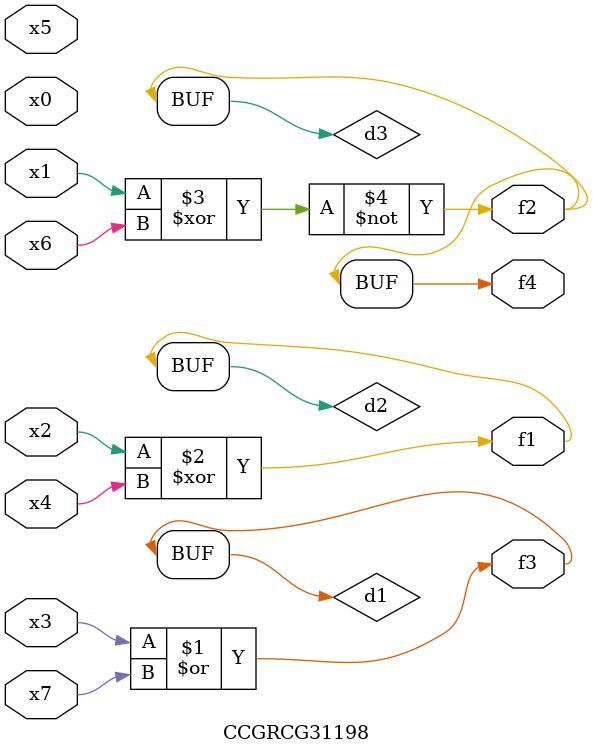
<source format=v>
module CCGRCG31198(
	input x0, x1, x2, x3, x4, x5, x6, x7,
	output f1, f2, f3, f4
);

	wire d1, d2, d3;

	or (d1, x3, x7);
	xor (d2, x2, x4);
	xnor (d3, x1, x6);
	assign f1 = d2;
	assign f2 = d3;
	assign f3 = d1;
	assign f4 = d3;
endmodule

</source>
